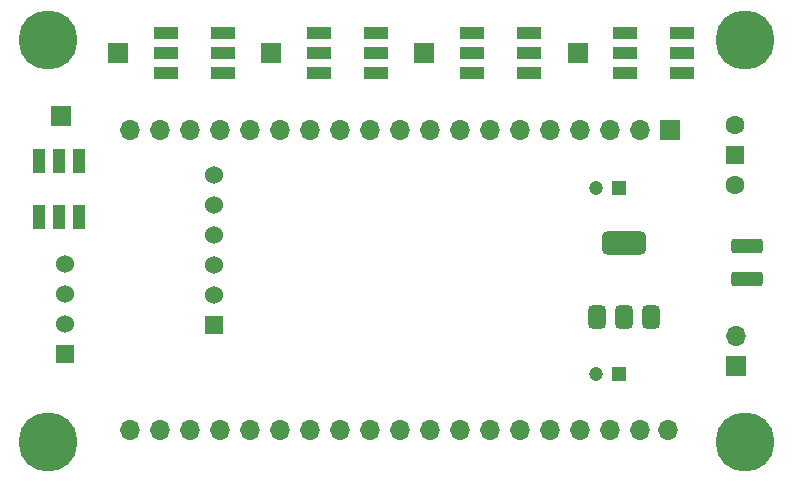
<source format=gbr>
%TF.GenerationSoftware,KiCad,Pcbnew,8.0.4*%
%TF.CreationDate,2024-08-03T03:01:38-04:00*%
%TF.ProjectId,esp32-node-board-40x65_telemetry,65737033-322d-46e6-9f64-652d626f6172,rev?*%
%TF.SameCoordinates,Original*%
%TF.FileFunction,Soldermask,Top*%
%TF.FilePolarity,Negative*%
%FSLAX46Y46*%
G04 Gerber Fmt 4.6, Leading zero omitted, Abs format (unit mm)*
G04 Created by KiCad (PCBNEW 8.0.4) date 2024-08-03 03:01:38*
%MOMM*%
%LPD*%
G01*
G04 APERTURE LIST*
G04 Aperture macros list*
%AMRoundRect*
0 Rectangle with rounded corners*
0 $1 Rounding radius*
0 $2 $3 $4 $5 $6 $7 $8 $9 X,Y pos of 4 corners*
0 Add a 4 corners polygon primitive as box body*
4,1,4,$2,$3,$4,$5,$6,$7,$8,$9,$2,$3,0*
0 Add four circle primitives for the rounded corners*
1,1,$1+$1,$2,$3*
1,1,$1+$1,$4,$5*
1,1,$1+$1,$6,$7*
1,1,$1+$1,$8,$9*
0 Add four rect primitives between the rounded corners*
20,1,$1+$1,$2,$3,$4,$5,0*
20,1,$1+$1,$4,$5,$6,$7,0*
20,1,$1+$1,$6,$7,$8,$9,0*
20,1,$1+$1,$8,$9,$2,$3,0*%
G04 Aperture macros list end*
%ADD10R,1.200000X1.200000*%
%ADD11C,1.200000*%
%ADD12C,5.000000*%
%ADD13RoundRect,0.250000X-1.075000X0.375000X-1.075000X-0.375000X1.075000X-0.375000X1.075000X0.375000X0*%
%ADD14R,1.700000X1.700000*%
%ADD15R,1.100000X2.000000*%
%ADD16R,1.524000X1.524000*%
%ADD17C,1.524000*%
%ADD18R,2.000000X1.100000*%
%ADD19R,1.500000X1.500000*%
%ADD20C,1.600000*%
%ADD21O,1.700000X1.700000*%
%ADD22RoundRect,0.375000X0.375000X-0.625000X0.375000X0.625000X-0.375000X0.625000X-0.375000X-0.625000X0*%
%ADD23RoundRect,0.500000X1.400000X-0.500000X1.400000X0.500000X-1.400000X0.500000X-1.400000X-0.500000X0*%
G04 APERTURE END LIST*
D10*
%TO.C,C2*%
X131200000Y-112850000D03*
D11*
X129200000Y-112850000D03*
%TD*%
D12*
%TO.C,H1*%
X82875002Y-84570000D03*
X82875002Y-118570000D03*
X141875002Y-118570000D03*
X141875002Y-84570000D03*
%TD*%
D13*
%TO.C,D1*%
X142000000Y-101950000D03*
X142000000Y-104750000D03*
%TD*%
D14*
%TO.C,J8*%
X101742356Y-85650000D03*
%TD*%
D15*
%TO.C,D6*%
X85500000Y-94750000D03*
X83800000Y-94750000D03*
X82100000Y-94750000D03*
X82100000Y-99550000D03*
X83800000Y-99550000D03*
X85500000Y-99550000D03*
%TD*%
D10*
%TO.C,C1*%
X131200000Y-97050000D03*
D11*
X129200000Y-97050000D03*
%TD*%
D16*
%TO.C,J3*%
X84300000Y-111130000D03*
D17*
X84300000Y-103510000D03*
X84300000Y-106050000D03*
X84300000Y-108590000D03*
%TD*%
D14*
%TO.C,J12*%
X83900000Y-90950000D03*
%TD*%
D18*
%TO.C,D4*%
X105813534Y-83950000D03*
X105813534Y-85650000D03*
X105813534Y-87350000D03*
X110613534Y-87350000D03*
X110613534Y-85650000D03*
X110613534Y-83950000D03*
%TD*%
D19*
%TO.C,SW1*%
X141000000Y-94290000D03*
D20*
X141000000Y-91750000D03*
X141000000Y-96830000D03*
%TD*%
D18*
%TO.C,D2*%
X131698251Y-83950000D03*
X131698251Y-85650000D03*
X131698251Y-87350000D03*
X136498251Y-87350000D03*
X136498251Y-85650000D03*
X136498251Y-83950000D03*
%TD*%
D14*
%TO.C,J6*%
X127700000Y-85650000D03*
%TD*%
D17*
%TO.C,J5*%
X96900000Y-98490000D03*
X96900000Y-106110000D03*
X96900000Y-103570000D03*
X96900000Y-101030000D03*
X96900000Y-95950000D03*
D16*
X96900000Y-108650000D03*
%TD*%
D14*
%TO.C,J9*%
X135480000Y-92150000D03*
D21*
X132940000Y-92150000D03*
X130400000Y-92150000D03*
X127860000Y-92150000D03*
X125320000Y-92150000D03*
X122780000Y-92150000D03*
X120240000Y-92150000D03*
X117700000Y-92150000D03*
X115160000Y-92150000D03*
X112620000Y-92150000D03*
X110080000Y-92150000D03*
X107540000Y-92150000D03*
X105000000Y-92150000D03*
X102460000Y-92150000D03*
X99920000Y-92150000D03*
X97380000Y-92150000D03*
X94840000Y-92150000D03*
X92300000Y-92150000D03*
X89760000Y-92150000D03*
X89760000Y-117550000D03*
X92300000Y-117550000D03*
X94840000Y-117550000D03*
X97380000Y-117550000D03*
X99920000Y-117550000D03*
X102460000Y-117550000D03*
X105000000Y-117550000D03*
X107540000Y-117550000D03*
X110080000Y-117550000D03*
X112620000Y-117550000D03*
X115160000Y-117550000D03*
X117700000Y-117550000D03*
X120240000Y-117550000D03*
X122780000Y-117550000D03*
X125320000Y-117550000D03*
X127860000Y-117550000D03*
X130400000Y-117550000D03*
X132940000Y-117550000D03*
X135370000Y-117550000D03*
%TD*%
D14*
%TO.C,J7*%
X114684712Y-85650000D03*
%TD*%
%TO.C,J11*%
X88800000Y-85650000D03*
%TD*%
D18*
%TO.C,D3*%
X118755890Y-83950000D03*
X118755890Y-85650000D03*
X118755890Y-87350000D03*
X123555890Y-87350000D03*
X123555890Y-85650000D03*
X123555890Y-83950000D03*
%TD*%
%TO.C,D5*%
X92871178Y-83950000D03*
X92871178Y-85650000D03*
X92871178Y-87350000D03*
X97671178Y-87350000D03*
X97671178Y-85650000D03*
X97671178Y-83950000D03*
%TD*%
D14*
%TO.C,J1*%
X141075000Y-112117500D03*
D21*
X141075000Y-109577500D03*
%TD*%
D22*
%TO.C,U1*%
X129325000Y-108000000D03*
X131625000Y-108000000D03*
D23*
X131625000Y-101700000D03*
D22*
X133925000Y-108000000D03*
%TD*%
M02*

</source>
